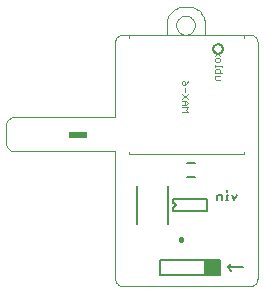
<source format=gbo>
G75*
%MOIN*%
%OFA0B0*%
%FSLAX24Y24*%
%IPPOS*%
%LPD*%
%AMOC8*
5,1,8,0,0,1.08239X$1,22.5*
%
%ADD10C,0.0000*%
%ADD11C,0.0050*%
%ADD12R,0.0591X0.0236*%
%ADD13C,0.0039*%
%ADD14C,0.0020*%
%ADD15C,0.0160*%
%ADD16C,0.0080*%
%ADD17C,0.0060*%
D10*
X006010Y006400D02*
X006010Y010650D01*
X002635Y010650D01*
X002605Y010652D01*
X002575Y010657D01*
X002546Y010666D01*
X002519Y010679D01*
X002493Y010694D01*
X002469Y010713D01*
X002448Y010734D01*
X002429Y010758D01*
X002414Y010784D01*
X002401Y010811D01*
X002392Y010840D01*
X002387Y010870D01*
X002385Y010900D01*
X002385Y011525D01*
X002387Y011555D01*
X002392Y011585D01*
X002401Y011614D01*
X002414Y011641D01*
X002429Y011667D01*
X002448Y011691D01*
X002469Y011712D01*
X002493Y011731D01*
X002519Y011746D01*
X002546Y011759D01*
X002575Y011768D01*
X002605Y011773D01*
X002635Y011775D01*
X006010Y011775D01*
X006010Y014275D01*
X006012Y014305D01*
X006017Y014335D01*
X006026Y014364D01*
X006039Y014391D01*
X006054Y014417D01*
X006073Y014441D01*
X006094Y014462D01*
X006118Y014481D01*
X006144Y014496D01*
X006171Y014509D01*
X006200Y014518D01*
X006230Y014523D01*
X006260Y014525D01*
X007728Y014525D01*
X007728Y014818D01*
X007729Y014818D02*
X007727Y014865D01*
X007729Y014912D01*
X007734Y014959D01*
X007744Y015005D01*
X007756Y015050D01*
X007773Y015094D01*
X007792Y015137D01*
X007815Y015178D01*
X007841Y015217D01*
X007871Y015254D01*
X007903Y015289D01*
X007937Y015321D01*
X007974Y015350D01*
X008013Y015376D01*
X008054Y015399D01*
X008097Y015418D01*
X008141Y015435D01*
X008186Y015447D01*
X008232Y015457D01*
X008279Y015462D01*
X008279Y015463D02*
X008415Y015463D01*
X008461Y015462D01*
X008506Y015458D01*
X008551Y015450D01*
X008595Y015439D01*
X008638Y015425D01*
X008680Y015407D01*
X008720Y015386D01*
X008759Y015361D01*
X008795Y015334D01*
X008829Y015304D01*
X008861Y015272D01*
X008890Y015237D01*
X008916Y015200D01*
X008940Y015161D01*
X008960Y015120D01*
X008977Y015078D01*
X008990Y015034D01*
X009000Y014990D01*
X009007Y014945D01*
X009010Y014900D01*
X009010Y014899D02*
X009010Y014525D01*
X010510Y014525D01*
X010540Y014523D01*
X010570Y014518D01*
X010599Y014509D01*
X010626Y014496D01*
X010652Y014481D01*
X010676Y014462D01*
X010697Y014441D01*
X010716Y014417D01*
X010731Y014391D01*
X010744Y014364D01*
X010753Y014335D01*
X010758Y014305D01*
X010760Y014275D01*
X010760Y006399D01*
X010758Y006369D01*
X010752Y006339D01*
X010743Y006310D01*
X010730Y006283D01*
X010715Y006257D01*
X010696Y006233D01*
X010674Y006212D01*
X010650Y006194D01*
X010625Y006178D01*
X010597Y006166D01*
X010568Y006157D01*
X010538Y006152D01*
X010508Y006150D01*
X006260Y006150D01*
X006230Y006152D01*
X006200Y006157D01*
X006171Y006166D01*
X006144Y006179D01*
X006118Y006194D01*
X006094Y006213D01*
X006073Y006234D01*
X006054Y006258D01*
X006039Y006284D01*
X006026Y006311D01*
X006017Y006340D01*
X006012Y006370D01*
X006010Y006400D01*
X008047Y014839D02*
X008049Y014874D01*
X008055Y014909D01*
X008065Y014942D01*
X008078Y014975D01*
X008095Y015006D01*
X008115Y015034D01*
X008139Y015060D01*
X008165Y015084D01*
X008193Y015104D01*
X008224Y015121D01*
X008257Y015134D01*
X008290Y015144D01*
X008325Y015150D01*
X008360Y015152D01*
X008395Y015150D01*
X008430Y015144D01*
X008463Y015134D01*
X008496Y015121D01*
X008527Y015104D01*
X008555Y015084D01*
X008581Y015060D01*
X008605Y015034D01*
X008625Y015006D01*
X008642Y014975D01*
X008655Y014942D01*
X008665Y014909D01*
X008671Y014874D01*
X008673Y014839D01*
X008671Y014804D01*
X008665Y014769D01*
X008655Y014736D01*
X008642Y014703D01*
X008625Y014672D01*
X008605Y014644D01*
X008581Y014618D01*
X008555Y014594D01*
X008527Y014574D01*
X008496Y014557D01*
X008463Y014544D01*
X008430Y014534D01*
X008395Y014528D01*
X008360Y014526D01*
X008325Y014528D01*
X008290Y014534D01*
X008257Y014544D01*
X008224Y014557D01*
X008193Y014574D01*
X008165Y014594D01*
X008139Y014618D01*
X008115Y014644D01*
X008095Y014672D01*
X008078Y014703D01*
X008065Y014736D01*
X008055Y014769D01*
X008049Y014804D01*
X008047Y014839D01*
D11*
X009283Y014055D02*
X009285Y014080D01*
X009291Y014104D01*
X009300Y014127D01*
X009313Y014148D01*
X009330Y014167D01*
X009349Y014184D01*
X009370Y014197D01*
X009393Y014206D01*
X009417Y014212D01*
X009442Y014214D01*
X009467Y014212D01*
X009491Y014206D01*
X009514Y014197D01*
X009535Y014184D01*
X009554Y014167D01*
X009571Y014148D01*
X009584Y014127D01*
X009593Y014104D01*
X009599Y014080D01*
X009601Y014055D01*
X009599Y014030D01*
X009593Y014006D01*
X009584Y013983D01*
X009571Y013962D01*
X009554Y013943D01*
X009535Y013926D01*
X009514Y013913D01*
X009491Y013904D01*
X009467Y013898D01*
X009442Y013896D01*
X009417Y013898D01*
X009393Y013904D01*
X009370Y013913D01*
X009349Y013926D01*
X009330Y013943D01*
X009313Y013962D01*
X009300Y013983D01*
X009291Y014006D01*
X009285Y014030D01*
X009283Y014055D01*
X009739Y009334D02*
X009739Y009289D01*
X009739Y009199D02*
X009739Y009019D01*
X009784Y009019D02*
X009694Y009019D01*
X009587Y009019D02*
X009587Y009199D01*
X009452Y009199D01*
X009407Y009154D01*
X009407Y009019D01*
X009739Y009199D02*
X009784Y009199D01*
X009898Y009199D02*
X009988Y009019D01*
X010078Y009199D01*
X009083Y009058D02*
X009083Y008644D01*
X007942Y008644D01*
X007938Y008644D02*
X007938Y008790D01*
X007961Y008794D02*
X007975Y008796D01*
X007989Y008800D01*
X008002Y008808D01*
X008012Y008818D01*
X008020Y008831D01*
X008024Y008845D01*
X008026Y008859D01*
X008024Y008873D01*
X008020Y008887D01*
X008012Y008900D01*
X008002Y008910D01*
X007989Y008918D01*
X007975Y008922D01*
X007961Y008924D01*
X007938Y008924D02*
X007938Y009062D01*
X009079Y009062D01*
X009010Y007025D02*
X009510Y007025D01*
X009510Y006525D01*
X009010Y006525D01*
X009010Y007025D01*
X009010Y007023D02*
X009510Y007023D01*
X009510Y007025D02*
X007510Y007025D01*
X007510Y006525D01*
X009510Y006525D01*
X009510Y007025D01*
X009510Y006975D02*
X009010Y006975D01*
X009010Y006926D02*
X009510Y006926D01*
X009510Y006878D02*
X009010Y006878D01*
X009010Y006829D02*
X009510Y006829D01*
X009510Y006781D02*
X009010Y006781D01*
X009010Y006732D02*
X009510Y006732D01*
X009510Y006684D02*
X009010Y006684D01*
X009010Y006635D02*
X009510Y006635D01*
X009510Y006587D02*
X009010Y006587D01*
X009010Y006538D02*
X009510Y006538D01*
X009760Y006775D02*
X009885Y006650D01*
X009760Y006775D02*
X009885Y006900D01*
X009760Y006775D02*
X010260Y006775D01*
D12*
X004777Y011199D03*
D13*
X006489Y010610D02*
X006489Y010551D01*
X010308Y010551D01*
X010308Y010610D01*
X010308Y014429D02*
X010308Y014528D01*
X006489Y014528D01*
X006489Y014429D01*
D14*
X008227Y012950D02*
X008264Y012987D01*
X008301Y012987D01*
X008337Y012950D01*
X008337Y012840D01*
X008264Y012840D01*
X008227Y012877D01*
X008227Y012950D01*
X008337Y012840D02*
X008411Y012914D01*
X008447Y012987D01*
X008337Y012766D02*
X008337Y012619D01*
X008227Y012545D02*
X008447Y012398D01*
X008374Y012324D02*
X008447Y012251D01*
X008374Y012177D01*
X008227Y012177D01*
X008227Y012103D02*
X008447Y012103D01*
X008374Y012030D01*
X008447Y011956D01*
X008227Y011956D01*
X008337Y012177D02*
X008337Y012324D01*
X008374Y012324D02*
X008227Y012324D01*
X008227Y012398D02*
X008447Y012545D01*
X009349Y013051D02*
X009349Y013161D01*
X009496Y013161D01*
X009496Y013235D02*
X009496Y013345D01*
X009459Y013382D01*
X009386Y013382D01*
X009349Y013345D01*
X009349Y013235D01*
X009570Y013235D01*
X009570Y013456D02*
X009570Y013493D01*
X009349Y013493D01*
X009349Y013456D02*
X009349Y013530D01*
X009386Y013603D02*
X009349Y013640D01*
X009349Y013714D01*
X009386Y013750D01*
X009459Y013750D01*
X009496Y013714D01*
X009496Y013640D01*
X009459Y013603D01*
X009386Y013603D01*
X009349Y013824D02*
X009496Y013971D01*
X009496Y013824D02*
X009349Y013971D01*
X009349Y013051D02*
X009386Y013014D01*
X009496Y013014D01*
D15*
X008197Y007725D02*
X008197Y007700D01*
D16*
X007771Y008208D02*
X007771Y009467D01*
X006748Y009467D02*
X006748Y008208D01*
D17*
X008423Y009789D02*
X008659Y009789D01*
X008659Y010261D02*
X008423Y010261D01*
M02*

</source>
